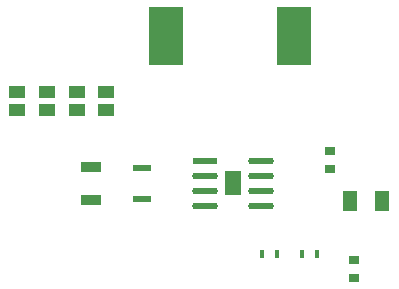
<source format=gtp>
G04*
G04 #@! TF.GenerationSoftware,Altium Limited,Altium Designer,21.2.2 (38)*
G04*
G04 Layer_Color=8421504*
%FSLAX25Y25*%
%MOIN*%
G70*
G04*
G04 #@! TF.SameCoordinates,A6081B22-79F4-4FF1-9526-7A4968917333*
G04*
G04*
G04 #@! TF.FilePolarity,Positive*
G04*
G01*
G75*
%ADD13R,0.05258X0.08407*%
%ADD14R,0.08477X0.02292*%
G04:AMPARAMS|DCode=15|XSize=84.77mil|YSize=22.92mil|CornerRadius=11.46mil|HoleSize=0mil|Usage=FLASHONLY|Rotation=0.000|XOffset=0mil|YOffset=0mil|HoleType=Round|Shape=RoundedRectangle|*
%AMROUNDEDRECTD15*
21,1,0.08477,0.00000,0,0,0.0*
21,1,0.06185,0.02292,0,0,0.0*
1,1,0.02292,0.03093,0.00000*
1,1,0.02292,-0.03093,0.00000*
1,1,0.02292,-0.03093,0.00000*
1,1,0.02292,0.03093,0.00000*
%
%ADD15ROUNDEDRECTD15*%
%ADD16R,0.11595X0.19488*%
%ADD17R,0.03543X0.03150*%
%ADD18R,0.06299X0.02362*%
%ADD19R,0.03543X0.02756*%
%ADD20R,0.01181X0.03150*%
%ADD21R,0.05140X0.06922*%
%ADD22R,0.05315X0.04134*%
%ADD23R,0.06693X0.03642*%
D13*
X115157Y50197D02*
D03*
D14*
X105801Y57697D02*
D03*
D15*
Y52697D02*
D03*
Y47697D02*
D03*
Y42697D02*
D03*
X124514D02*
D03*
Y47697D02*
D03*
Y52697D02*
D03*
Y57697D02*
D03*
D16*
X135463Y99410D02*
D03*
X92884D02*
D03*
D17*
X147638Y61024D02*
D03*
Y55118D02*
D03*
D18*
X84646Y55315D02*
D03*
Y45079D02*
D03*
D19*
X155512Y18701D02*
D03*
Y24606D02*
D03*
D20*
X143307Y26575D02*
D03*
X138189D02*
D03*
X129921Y26575D02*
D03*
X124803D02*
D03*
D21*
X164868Y44291D02*
D03*
X154030D02*
D03*
D22*
X72835Y80709D02*
D03*
Y74803D02*
D03*
X53150Y80709D02*
D03*
Y74803D02*
D03*
X62992Y80709D02*
D03*
Y74803D02*
D03*
X43307Y74803D02*
D03*
Y80709D02*
D03*
D23*
X67913Y55561D02*
D03*
Y44833D02*
D03*
M02*

</source>
